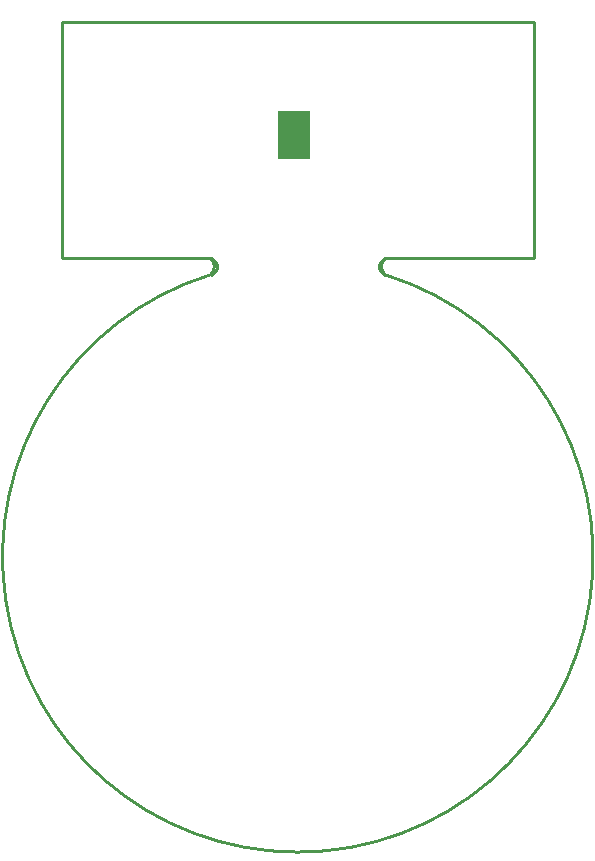
<source format=gko>
G04*
G04 #@! TF.GenerationSoftware,Altium Limited,Altium Designer,20.0.1 (14)*
G04*
G04 Layer_Color=16711935*
%FSLAX25Y25*%
%MOIN*%
G70*
G01*
G75*
%ADD15C,0.01000*%
%ADD67R,0.10500X0.16000*%
D15*
X-29016Y94051D02*
G03*
X29016Y94051I29016J-94051D01*
G01*
X27000Y96067D02*
X29016Y94051D01*
X27000Y96067D02*
Y97500D01*
X29000Y99500D01*
X78758D01*
X-29016Y94051D02*
X-27000Y96067D01*
Y97500D01*
X-29000Y99500D02*
X-27000Y97500D01*
X-78742Y99500D02*
X-29000D01*
X-78742D02*
Y178240D01*
X-78722D02*
X78758D01*
Y99500D02*
Y178240D01*
X29000Y99500D02*
G03*
X29016Y94051I2732J-2717D01*
G01*
X-29016D02*
G03*
X-29000Y99500I-2717J2732D01*
G01*
X-29016Y94051D02*
G03*
X29181Y94000I29016J-94051D01*
G01*
X-78742Y99500D02*
X-29000D01*
X29000D02*
X78739D01*
Y178220D01*
X78758Y178240D01*
X-78722D02*
X78758D01*
X-78742Y178220D02*
X-78722Y178240D01*
X-78742Y99500D02*
Y178220D01*
D67*
X-1250Y140500D02*
D03*
M02*

</source>
